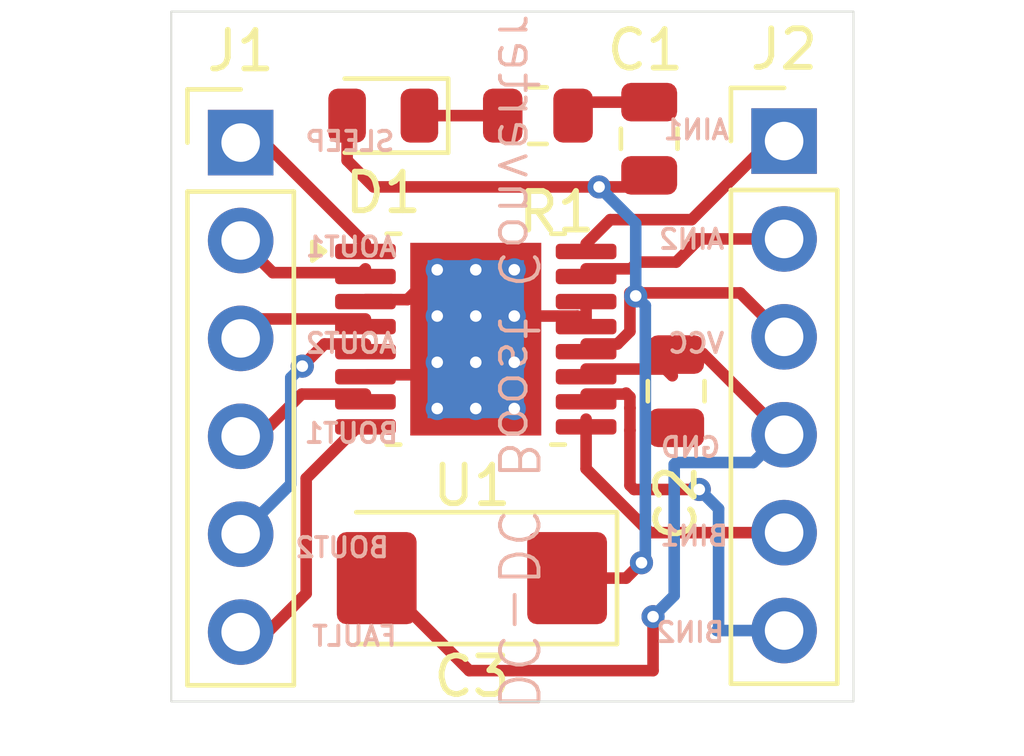
<source format=kicad_pcb>
(kicad_pcb (version 20241229) (generator "pcbnew") (generator_version "9.0")
  (layers (0 "F.Cu" signal) (2 "B.Cu" signal) (13 "F.Paste" user) (15 "B.Paste" user) (5 "F.SilkS" user "F.Silkscreen") (7 "B.SilkS" user "B.Silkscreen") (1 "F.Mask" user) (3 "B.Mask" user) (25 "Edge.Cuts" user))
  (net 0 "")
  (net 1 "GND")
  (net 2 "/VCC")
  (net 3 "Net-(U1-VCP)")
  (net 4 "Net-(D1-K)")
  (net 5 "/AOUT2")
  (net 6 "/FAULT")
  (net 7 "/AOUT1")
  (net 8 "/SLEEP")
  (net 9 "/BOUT2")
  (net 10 "/BOUT1")
  (net 11 "/AIN1")
  (net 12 "/BIN2")
  (net 13 "/BIN1")
  (net 14 "/AIN2")
  (footprint "Capacitor_SMD:C_0805_2012Metric" (layer "F.Cu") (at 136.7 71.8 90)
    (property "Reference" "C1" (at 2.3 -0.1 180) (layer "F.SilkS"))
    (property "Value" "0.1Uf")
    (fp_line (start -0.261252 -0.735) (end 0.261252 -0.735) (stroke (width 0.12)) (layer "F.SilkS"))
    (fp_line (start -0.261252 0.735) (end 0.261252 0.735) (stroke (width 0.12)) (layer "F.SilkS"))
    (pad "1" smd roundrect (at -0.95 0 90) (size 1 1.45) (layers "F.Cu" "F.Mask" "F.Paste") (net 2 "/VCC"))
    (pad "2" smd roundrect (at 0.95 0 90) (size 1 1.45) (layers "F.Cu" "F.Mask" "F.Paste") (net 1 "GND"))
  )
  (footprint "Connector_PinHeader_2.54mm:PinHeader_1x06_P2.54mm_Vertical" (layer "F.Cu") (at 126.1 71.9)
    (property "Reference" "J1" (at 0 -2.38 0) (layer "F.SilkS"))
    (property "Value" "Conn_01x06_Pin")
    (fp_line (start -1.38 -1.38) (end 0 -1.38) (stroke (width 0.12)) (layer "F.SilkS"))
    (fp_line (start -1.38 0) (end -1.38 -1.38) (stroke (width 0.12)) (layer "F.SilkS"))
    (fp_line (start -1.38 1.27) (end -1.38 14.08) (stroke (width 0.12)) (layer "F.SilkS"))
    (fp_line (start -1.38 1.27) (end 1.38 1.27) (stroke (width 0.12)) (layer "F.SilkS"))
    (fp_line (start -1.38 14.08) (end 1.38 14.08) (stroke (width 0.12)) (layer "F.SilkS"))
    (fp_line (start 1.38 1.27) (end 1.38 14.08) (stroke (width 0.12)) (layer "F.SilkS"))
    (pad "1" thru_hole rect (at 0 0) (size 1.7 1.7) (drill 1) (layers "*.Cu" "*.Mask") (net 8 "/SLEEP"))
    (pad "2" thru_hole circle (at 0 2.54) (size 1.7 1.7) (drill 1) (layers "*.Cu" "*.Mask") (net 7 "/AOUT1"))
    (pad "3" thru_hole circle (at 0 5.08) (size 1.7 1.7) (drill 1) (layers "*.Cu" "*.Mask") (net 5 "/AOUT2"))
    (pad "4" thru_hole circle (at 0 7.62) (size 1.7 1.7) (drill 1) (layers "*.Cu" "*.Mask") (net 10 "/BOUT1"))
    (pad "5" thru_hole circle (at 0 10.16) (size 1.7 1.7) (drill 1) (layers "*.Cu" "*.Mask") (net 9 "/BOUT2"))
    (pad "6" thru_hole circle (at 0 12.7) (size 1.7 1.7) (drill 1) (layers "*.Cu" "*.Mask") (net 6 "/FAULT"))
  )
  (footprint "Package_SO:HTSSOP-16-1EP_4.4x5mm_P0.65mm_EP3.4x5mm_Mask2.46x2.31mm_ThermalVias" (layer "F.Cu") (at 132.2 77)
    (property "Reference" "U1" (at -0.1 3.8 0) (layer "F.SilkS"))
    (property "Value" "DRV8833PWP")
    (fp_line (start -2.31 -2.735) (end -1.96 -2.735) (stroke (width 0.12)) (layer "F.SilkS"))
    (fp_line (start -1.96 2.735) (end -2.31 2.735) (stroke (width 0.12)) (layer "F.SilkS"))
    (fp_line (start 1.96 -2.735) (end 2.31 -2.735) (stroke (width 0.12)) (layer "F.SilkS"))
    (fp_line (start 2.31 2.735) (end 1.96 2.735) (stroke (width 0.12)) (layer "F.SilkS"))
    (fp_poly (pts (xy -3.91 -2.28) (xy -4.24 -2.04) (xy -4.24 -2.52)) (stroke (width 0.12)) (fill yes) (layer "F.SilkS"))
    (pad "1" smd roundrect (at -2.8625 -2.275) (size 1.575 0.4) (layers "F.Cu" "F.Mask" "F.Paste") (net 8 "/SLEEP"))
    (pad "2" smd roundrect (at -2.8625 -1.625) (size 1.575 0.4) (layers "F.Cu" "F.Mask" "F.Paste") (net 7 "/AOUT1"))
    (pad "3" smd roundrect (at -2.8625 -0.975) (size 1.575 0.4) (layers "F.Cu" "F.Mask" "F.Paste") (net 1 "GND"))
    (pad "4" smd roundrect (at -2.8625 -0.325) (size 1.575 0.4) (layers "F.Cu" "F.Mask" "F.Paste") (net 5 "/AOUT2"))
    (pad "5" smd roundrect (at -2.8625 0.325) (size 1.575 0.4) (layers "F.Cu" "F.Mask" "F.Paste") (net 9 "/BOUT2"))
    (pad "6" smd roundrect (at -2.8625 0.975) (size 1.575 0.4) (layers "F.Cu" "F.Mask" "F.Paste") (net 1 "GND"))
    (pad "7" smd roundrect (at -2.8625 1.625) (size 1.575 0.4) (layers "F.Cu" "F.Mask" "F.Paste") (net 10 "/BOUT1"))
    (pad "8" smd roundrect (at -2.8625 2.275) (size 1.575 0.4) (layers "F.Cu" "F.Mask" "F.Paste") (net 6 "/FAULT"))
    (pad "9" smd roundrect (at 2.8625 2.275) (size 1.575 0.4) (layers "F.Cu" "F.Mask" "F.Paste") (net 13 "/BIN1"))
    (pad "10" smd roundrect (at 2.8625 1.625) (size 1.575 0.4) (layers "F.Cu" "F.Mask" "F.Paste") (net 12 "/BIN2"))
    (pad "11" smd roundrect (at 2.8625 0.975) (size 1.575 0.4) (layers "F.Cu" "F.Mask" "F.Paste") (net 3 "Net-(U1-VCP)"))
    (pad "12" smd roundrect (at 2.8625 0.325) (size 1.575 0.4) (layers "F.Cu" "F.Mask" "F.Paste") (net 2 "/VCC"))
    (pad "13" smd roundrect (at 2.8625 -0.325) (size 1.575 0.4) (layers "F.Cu" "F.Mask" "F.Paste") (net 1 "GND"))
    (pad "14" smd roundrect (at 2.8625 -0.975) (size 1.575 0.4) (layers "F.Cu" "F.Mask" "F.Paste") (net 1 "GND"))
    (pad "15" smd roundrect (at 2.8625 -1.625) (size 1.575 0.4) (layers "F.Cu" "F.Mask" "F.Paste") (net 14 "/AIN2"))
    (pad "16" smd roundrect (at 2.8625 -2.275) (size 1.575 0.4) (layers "F.Cu" "F.Mask" "F.Paste") (net 11 "/AIN1"))
    (pad "17" thru_hole circle (at -1 -1.8) (size 0.5 0.5) (drill 0.2) (property pad_prop_heatsink) (layers "*.Cu") (net 1 "GND"))
    (pad "17" thru_hole circle (at -1 -0.6) (size 0.5 0.5) (drill 0.2) (property pad_prop_heatsink) (layers "*.Cu") (net 1 "GND"))
    (pad "17" thru_hole circle (at -1 0.6) (size 0.5 0.5) (drill 0.2) (property pad_prop_heatsink) (layers "*.Cu") (net 1 "GND"))
    (pad "17" thru_hole circle (at -1 1.8) (size 0.5 0.5) (drill 0.2) (property pad_prop_heatsink) (layers "*.Cu") (net 1 "GND"))
    (pad "17" thru_hole circle (at 0 -1.8) (size 0.5 0.5) (drill 0.2) (property pad_prop_heatsink) (layers "*.Cu") (net 1 "GND"))
    (pad "17" thru_hole circle (at 0 -0.6) (size 0.5 0.5) (drill 0.2) (property pad_prop_heatsink) (layers "*.Cu") (net 1 "GND"))
    (pad "17" smd rect (at 0 0) (size 2.5 4.1) (property pad_prop_heatsink) (layers "B.Cu") (net 1 "GND"))
    (pad "17" smd rect (at 0 0) (size 3.4 5) (property pad_prop_heatsink) (layers "F.Cu") (net 1 "GND"))
    (pad "17" thru_hole circle (at 0 0.6) (size 0.5 0.5) (drill 0.2) (property pad_prop_heatsink) (layers "*.Cu") (net 1 "GND"))
    (pad "17" thru_hole circle (at 0 1.8) (size 0.5 0.5) (drill 0.2) (property pad_prop_heatsink) (layers "*.Cu") (net 1 "GND"))
    (pad "17" thru_hole circle (at 1 -1.8) (size 0.5 0.5) (drill 0.2) (property pad_prop_heatsink) (layers "*.Cu") (net 1 "GND"))
    (pad "17" thru_hole circle (at 1 -0.6) (size 0.5 0.5) (drill 0.2) (property pad_prop_heatsink) (layers "*.Cu") (net 1 "GND"))
    (pad "17" thru_hole circle (at 1 0.6) (size 0.5 0.5) (drill 0.2) (property pad_prop_heatsink) (layers "*.Cu") (net 1 "GND"))
    (pad "17" thru_hole circle (at 1 1.8) (size 0.5 0.5) (drill 0.2) (property pad_prop_heatsink) (layers "*.Cu") (net 1 "GND"))
  )
  (footprint "Resistor_SMD:R_0805_2012Metric" (layer "F.Cu") (at 133.8125 71.2)
    (property "Reference" "R1" (at 0.4875 2.5 0) (layer "F.SilkS"))
    (property "Value" "4.7K")
    (fp_line (start -0.227064 -0.735) (end 0.227064 -0.735) (stroke (width 0.12)) (layer "F.SilkS"))
    (fp_line (start -0.227064 0.735) (end 0.227064 0.735) (stroke (width 0.12)) (layer "F.SilkS"))
    (pad "1" smd roundrect (at -0.9125 0) (size 1.025 1.4) (layers "F.Cu" "F.Mask" "F.Paste") (roundrect_rratio 0.243902) (net 4 "Net-(D1-K)"))
    (pad "2" smd roundrect (at 0.9125 0) (size 1.025 1.4) (layers "F.Cu" "F.Mask" "F.Paste") (roundrect_rratio 0.243902) (net 1 "GND"))
  )
  (footprint "LED_SMD:LED_0805_2012Metric" (layer "F.Cu") (at 129.8 71.2 180)
    (property "Reference" "D1" (at 0 -2 0) (layer "F.SilkS"))
    (property "Value" "LED")
    (fp_line (start 1 -0.96) (end -1.685 -0.96) (stroke (width 0.12)) (layer "F.SilkS"))
    (fp_line (start -1.685 0.96) (end 1 0.96) (stroke (width 0.12)) (layer "F.SilkS"))
    (fp_line (start -1.685 -0.96) (end -1.685 0.96) (stroke (width 0.12)) (layer "F.SilkS"))
    (pad "1" smd roundrect (at -0.9375 0 180) (size 0.975 1.4) (layers "F.Cu" "F.Mask" "F.Paste") (net 4 "Net-(D1-K)"))
    (pad "2" smd roundrect (at 0.9375 0 180) (size 0.975 1.4) (layers "F.Cu" "F.Mask" "F.Paste") (net 2 "/VCC"))
  )
  (footprint "Connector_PinHeader_2.54mm:PinHeader_1x06_P2.54mm_Vertical" (layer "F.Cu") (at 140.2 71.86)
    (property "Reference" "J2" (at 0 -2.38 0) (layer "F.SilkS"))
    (property "Value" "Conn_01x06_Pin")
    (fp_line (start -1.38 -1.38) (end 0 -1.38) (stroke (width 0.12)) (layer "F.SilkS"))
    (fp_line (start -1.38 0) (end -1.38 -1.38) (stroke (width 0.12)) (layer "F.SilkS"))
    (fp_line (start -1.38 1.27) (end -1.38 14.08) (stroke (width 0.12)) (layer "F.SilkS"))
    (fp_line (start -1.38 1.27) (end 1.38 1.27) (stroke (width 0.12)) (layer "F.SilkS"))
    (fp_line (start -1.38 14.08) (end 1.38 14.08) (stroke (width 0.12)) (layer "F.SilkS"))
    (fp_line (start 1.38 1.27) (end 1.38 14.08) (stroke (width 0.12)) (layer "F.SilkS"))
    (pad "1" thru_hole rect (at 0 0) (size 1.7 1.7) (drill 1) (layers "*.Cu" "*.Mask") (net 11 "/AIN1"))
    (pad "2" thru_hole circle (at 0 2.54) (size 1.7 1.7) (drill 1) (layers "*.Cu" "*.Mask") (net 14 "/AIN2"))
    (pad "3" thru_hole circle (at 0 5.08) (size 1.7 1.7) (drill 1) (layers "*.Cu" "*.Mask") (net 2 "/VCC"))
    (pad "4" thru_hole circle (at 0 7.62) (size 1.7 1.7) (drill 1) (layers "*.Cu" "*.Mask") (net 1 "GND"))
    (pad "5" thru_hole circle (at 0 10.16) (size 1.7 1.7) (drill 1) (layers "*.Cu" "*.Mask") (net 13 "/BIN1"))
    (pad "6" thru_hole circle (at 0 12.7) (size 1.7 1.7) (drill 1) (layers "*.Cu" "*.Mask") (net 12 "/BIN2"))
  )
  (footprint "Capacitor_Tantalum_SMD:CP_EIA-6032-20_AVX-F" (layer "F.Cu") (at 132.1 83.2 180)
    (property "Reference" "C3" (at 0 -2.55 0) (layer "F.SilkS"))
    (property "Value" "10Uf")
    (fp_line (start 3 -1.71) (end -3.765 -1.71) (stroke (width 0.12)) (layer "F.SilkS"))
    (fp_line (start -3.765 1.71) (end 3 1.71) (stroke (width 0.12)) (layer "F.SilkS"))
    (fp_line (start -3.765 -1.71) (end -3.765 1.71) (stroke (width 0.12)) (layer "F.SilkS"))
    (pad "1" smd roundrect (at -2.47 0 180) (size 2.07 2.39) (layers "F.Cu" "F.Mask" "F.Paste") (roundrect_rratio 0.120773) (net 2 "/VCC"))
    (pad "2" smd roundrect (at 2.47 0 180) (size 2.07 2.39) (layers "F.Cu" "F.Mask" "F.Paste") (roundrect_rratio 0.120773) (net 1 "GND"))
  )
  (footprint "Capacitor_SMD:C_0805_2012Metric" (layer "F.Cu") (at 137.4 78.35 90)
    (property "Reference" "C2" (at -2.9 0 90) (layer "F.SilkS"))
    (property "Value" "2.2uF")
    (fp_line (start -0.261252 -0.735) (end 0.261252 -0.735) (stroke (width 0.12)) (layer "F.SilkS"))
    (fp_line (start -0.261252 0.735) (end 0.261252 0.735) (stroke (width 0.12)) (layer "F.SilkS"))
    (pad "1" smd roundrect (at -0.95 0 90) (size 1 1.45) (layers "F.Cu" "F.Mask" "F.Paste") (net 3 "Net-(U1-VCP)"))
    (pad "2" smd roundrect (at 0.95 0 90) (size 1 1.45) (layers "F.Cu" "F.Mask" "F.Paste") (net 1 "GND"))
  )
  (gr_rect (start 124.3 68.5) (end 142 86.4) (stroke (width 0.05)) (fill no) (layer "Edge.Cuts"))
  (gr_text "AIN2" (at 138.7 74.7 0) (layer "B.SilkS") (effects (font (size 0.5 0.5) (thickness 0.1)) (justify left bottom mirror)))
  (gr_text "DC-DC Boost Converter" (at 132.7 86.7 -90) (layer "B.SilkS") (effects (font (size 1 1) (thickness 0.1)) (justify left bottom mirror)))
  (gr_text "SLEEP" (at 130.1425 72.16 0) (layer "B.SilkS") (effects (font (size 0.5 0.5) (thickness 0.1)) (justify left bottom mirror)))
  (gr_text "AIN1\n" (at 138.82 71.86 0) (layer "B.SilkS") (effects (font (size 0.5 0.5) (thickness 0.1)) (justify left bottom mirror)))
  (gr_text "GND\n" (at 138.6 80.1 0) (layer "B.SilkS") (effects (font (size 0.5 0.5) (thickness 0.1)) (justify left bottom mirror)))
  (gr_text "VCC\n" (at 138.7 77.4 0) (layer "B.SilkS") (effects (font (size 0.5 0.5) (thickness 0.1)) (justify left bottom mirror)))
  (gr_text "BOUT2\n" (at 130 82.7 0) (layer "B.SilkS") (effects (font (size 0.5 0.5) (thickness 0.1)) (justify left bottom mirror)))
  (gr_text "AOUT1" (at 130.2 74.9 0) (layer "B.SilkS") (effects (font (size 0.5 0.5) (thickness 0.1)) (justify left bottom mirror)))
  (gr_text "BIN1\n" (at 138.8 82.4 0) (layer "B.SilkS") (effects (font (size 0.5 0.5) (thickness 0.1)) (justify left bottom mirror)))
  (gr_text "BOUT1" (at 130.24 79.735 0) (layer "B.SilkS") (effects (font (size 0.5 0.5) (thickness 0.1)) (justify left bottom mirror)))
  (gr_text "BIN2" (at 138.7 84.9 0) (layer "B.SilkS") (effects (font (size 0.5 0.5) (thickness 0.1)) (justify left bottom mirror)))
  (gr_text "AOUT2" (at 130.2 77.4 0) (layer "B.SilkS") (effects (font (size 0.5 0.5) (thickness 0.1)) (justify left bottom mirror)))
  (gr_text "FAULT" (at 130.2 85 0) (layer "B.SilkS") (effects (font (size 0.5 0.5) (thickness 0.1)) (justify left bottom mirror)))
  (segment (start 136.7 70.85) (end 135.075 70.85) (width 0.3) (layer "F.Cu") (net 1))
  (segment (start 130.426 75.974) (end 129.3375 75.974) (width 0.3) (layer "F.Cu") (net 1))
  (segment (start 132.03 85.6) (end 136.8 85.6) (width 0.3) (layer "F.Cu") (net 1))
  (segment (start 131.2 75.2) (end 130.426 75.974) (width 0.3) (layer "F.Cu") (net 1))
  (segment (start 135.075 70.85) (end 134.725 71.2) (width 0.3) (layer "F.Cu") (net 1))
  (segment (start 140.2 79.48) (end 140.16 79.44) (width 0.3) (layer "F.Cu") (net 1))
  (segment (start 134.8385 76.4) (end 135.0625 76.624) (width 0.3) (layer "F.Cu") (net 1))
  (segment (start 135.0625 76.025) (end 135.0625 76.624) (width 0.3) (layer "F.Cu") (net 1))
  (segment (start 131.2 77.6) (end 130.876 77.924) (width 0.3) (layer "F.Cu") (net 1))
  (segment (start 129.63 83.2) (end 132.03 85.6) (width 0.3) (layer "F.Cu") (net 1))
  (segment (start 140.16 79.44) (end 138.09074 77.37074) (width 0.3) (layer "F.Cu") (net 1))
  (segment (start 138.09074 77.37074) (end 137.42926 77.37074) (width 0.3) (layer "F.Cu") (net 1))
  (segment (start 130.876 77.924) (end 129.3885 77.924) (width 0.3) (layer "F.Cu") (net 1))
  (segment (start 133.2 76.4) (end 134.8385 76.4) (width 0.3) (layer "F.Cu") (net 1))
  (segment (start 136.8 85.6) (end 136.8 84.2) (width 0.3) (layer "F.Cu") (net 1))
  (via (at 131.2 75.2) (size 0.6) (drill 0.3) (layers "F.Cu" "B.Cu") (net 1))
  (via (at 132.2 78.8) (size 0.6) (drill 0.3) (layers "F.Cu" "B.Cu") (net 1))
  (via (at 136.8 84.2) (size 0.6) (drill 0.3) (layers "F.Cu" "B.Cu") (net 1))
  (via (at 133.2 75.2) (size 0.6) (drill 0.3) (layers "F.Cu" "B.Cu") (net 1))
  (via (at 132.2 75.2) (size 0.6) (drill 0.3) (layers "F.Cu" "B.Cu") (net 1))
  (via (at 131.2 76.4) (size 0.6) (drill 0.3) (layers "F.Cu" "B.Cu") (net 1))
  (via (at 132.2 77.6) (size 0.6) (drill 0.3) (layers "F.Cu" "B.Cu") (net 1))
  (via (at 132.2 76.4) (size 0.6) (drill 0.3) (layers "F.Cu" "B.Cu") (net 1))
  (via (at 140.16 79.44) (size 0.6) (drill 0.3) (layers "F.Cu" "B.Cu") (net 1))
  (via (at 133.2 76.4) (size 0.6) (drill 0.3) (layers "F.Cu" "B.Cu") (net 1))
  (via (at 133.2 77.6) (size 0.6) (drill 0.3) (layers "F.Cu" "B.Cu") (net 1))
  (via (at 131.2 77.6) (size 0.6) (drill 0.3) (layers "F.Cu" "B.Cu") (net 1))
  (via (at 133.2 78.8) (size 0.6) (drill 0.3) (layers "F.Cu" "B.Cu") (net 1))
  (via (at 131.2 78.8) (size 0.6) (drill 0.3) (layers "F.Cu" "B.Cu") (net 1))
  (segment (start 137.349 80.251) (end 137.349 83.651) (width 0.3) (layer "B.Cu") (net 1))
  (segment (start 137.349 83.651) (end 136.8 84.2) (width 0.3) (layer "B.Cu") (net 1))
  (segment (start 137.4 80.2) (end 137.349 80.251) (width 0.3) (layer "B.Cu") (net 1))
  (segment (start 139.4 80.2) (end 137.4 80.2) (width 0.3) (layer "B.Cu") (net 1))
  (segment (start 140.16 79.44) (end 139.4 80.2) (width 0.3) (layer "B.Cu") (net 1))
  (segment (start 136.5 82.8) (end 136.1 83.2) (width 0.3) (layer "F.Cu") (net 2))
  (segment (start 136.428081 75.8) (end 139.06 75.8) (width 0.3) (layer "F.Cu") (net 2))
  (segment (start 136.2 76.8) (end 135.875 77.125) (width 0.3) (layer "F.Cu") (net 2))
  (segment (start 129.55 73.05) (end 135.4 73.05) (width 0.3) (layer "F.Cu") (net 2))
  (segment (start 136.35 75.878081) (end 136.271919 75.8) (width 0.3) (layer "F.Cu") (net 2))
  (segment (start 136.271919 75.8) (end 136.2 75.8) (width 0.3) (layer "F.Cu") (net 2))
  (segment (start 128.8625 71.2) (end 128.8625 72.3625) (width 0.3) (layer "F.Cu") (net 2))
  (segment (start 136.2 75.8) (end 136.2 76.8) (width 0.3) (layer "F.Cu") (net 2))
  (segment (start 135.875 77.125) (end 135.0625 77.125) (width 0.3) (layer "F.Cu") (net 2))
  (segment (start 136.35 75.878081) (end 136.428081 75.8) (width 0.3) (layer "F.Cu") (net 2))
  (segment (start 136.1 83.2) (end 134.57 83.2) (width 0.3) (layer "F.Cu") (net 2))
  (segment (start 135.4 73.05) (end 137.1 73.05) (width 0.3) (layer "F.Cu") (net 2))
  (segment (start 139.06 75.8) (end 140.2 76.94) (width 0.3) (layer "F.Cu") (net 2))
  (segment (start 128.8625 72.3625) (end 129.55 73.05) (width 0.3) (layer "F.Cu") (net 2))
  (via (at 136.5 82.8) (size 0.6) (drill 0.3) (layers "F.Cu" "B.Cu") (net 2))
  (via (at 136.35 75.878081) (size 0.6) (drill 0.3) (layers "F.Cu" "B.Cu") (net 2))
  (via (at 135.4 73.05) (size 0.6) (drill 0.3) (layers "F.Cu" "B.Cu") (net 2))
  (segment (start 136.6 76.128081) (end 136.35 75.878081) (width 0.3) (layer "B.Cu") (net 2))
  (segment (start 136.6 82.7) (end 136.6 76.128081) (width 0.3) (layer "B.Cu") (net 2))
  (segment (start 136.5 82.8) (end 136.6 82.7) (width 0.3) (layer "B.Cu") (net 2))
  (segment (start 136.35 75.878081) (end 136.35 74) (width 0.3) (layer "B.Cu") (net 2))
  (segment (start 136.35 74) (end 135.4 73.05) (width 0.3) (layer "B.Cu") (net 2))
  (segment (start 137.3 77.95) (end 137.125 77.775) (width 0.3) (layer "F.Cu") (net 3))
  (segment (start 137.125 77.775) (end 135.0625 77.775) (width 0.3) (layer "F.Cu") (net 3))
  (segment (start 130.7375 71.2) (end 132.9 71.2) (width 0.3) (layer "F.Cu") (net 4))
  (segment (start 129.3375 76.475) (end 126.605 76.475) (width 0.3) (layer "F.Cu") (net 5))
  (segment (start 126.605 76.475) (end 126.1 76.98) (width 0.3) (layer "F.Cu") (net 5))
  (segment (start 129.1375 79.275) (end 127.8 80.6125) (width 0.3) (layer "F.Cu") (net 6))
  (segment (start 127.8 80.6125) (end 127.8 83.6) (width 0.3) (layer "F.Cu") (net 6))
  (segment (start 129.3375 79.275) (end 129.1375 79.275) (width 0.3) (layer "F.Cu") (net 6))
  (segment (start 126.8 84.6) (end 126.1 84.6) (width 0.3) (layer "F.Cu") (net 6))
  (segment (start 127.8 83.6) (end 126.8 84.6) (width 0.3) (layer "F.Cu") (net 6))
  (segment (start 126.934 75.274) (end 126.1 74.44) (width 0.3) (layer "F.Cu") (net 7))
  (segment (start 129.2385 75.274) (end 126.934 75.274) (width 0.3) (layer "F.Cu") (net 7))
  (segment (start 129.3375 75.175) (end 129.2385 75.274) (width 0.3) (layer "F.Cu") (net 7))
  (segment (start 129.3375 74.525) (end 126.7125 71.9) (width 0.3) (layer "F.Cu") (net 8))
  (segment (start 126.7125 71.9) (end 126.1 71.9) (width 0.3) (layer "F.Cu") (net 8))
  (segment (start 128.275 77.125) (end 127.7 77.7) (width 0.3) (layer "F.Cu") (net 9))
  (segment (start 129.3375 77.125) (end 128.275 77.125) (width 0.3) (layer "F.Cu") (net 9))
  (via (at 127.7 77.7) (size 0.6) (drill 0.3) (layers "F.Cu" "B.Cu") (net 9))
  (segment (start 127.4 78) (end 127.7 77.7) (width 0.3) (layer "B.Cu") (net 9))
  (segment (start 127.4 80.76) (end 127.4 78) (width 0.3) (layer "B.Cu") (net 9))
  (segment (start 126.1 82.06) (end 127.4 80.76) (width 0.3) (layer "B.Cu") (net 9))
  (segment (start 127.68352 78.425) (end 126.58852 79.52) (width 0.3) (layer "F.Cu") (net 10))
  (segment (start 126.58852 79.52) (end 126.1 79.52) (width 0.3) (layer "F.Cu") (net 10))
  (segment (start 129.3375 78.425) (end 127.68352 78.425) (width 0.3) (layer "F.Cu") (net 10))
  (segment (start 137.801 73.899) (end 139.84 71.86) (width 0.3) (layer "F.Cu") (net 11))
  (segment (start 139.84 71.86) (end 140.2 71.86) (width 0.3) (layer "F.Cu") (net 11))
  (segment (start 135.6885 73.899) (end 137.801 73.899) (width 0.3) (layer "F.Cu") (net 11))
  (segment (start 135.0625 74.525) (end 135.6885 73.899) (width 0.3) (layer "F.Cu") (net 11))
  (segment (start 136.2 79.365582) (end 136.201 79.364582) (width 0.3) (layer "F.Cu") (net 12))
  (segment (start 138 80.9) (end 136.30852 80.9) (width 0.3) (layer "F.Cu") (net 12))
  (segment (start 136.30852 80.9) (end 136.2 80.79148) (width 0.3) (layer "F.Cu") (net 12))
  (segment (start 136.201 78.785418) (end 136.2 78.784418) (width 0.3) (layer "F.Cu") (net 12))
  (segment (start 136.1 78.4) (end 136.075 78.425) (width 0.3) (layer "F.Cu") (net 12))
  (segment (start 136.075 78.425) (end 135.0625 78.425) (width 0.3) (layer "F.Cu") (net 12))
  (segment (start 136.2 78.5) (end 136.1 78.4) (width 0.3) (layer "F.Cu") (net 12))
  (segment (start 136.2 78.784418) (end 136.2 78.5) (width 0.3) (layer "F.Cu") (net 12))
  (segment (start 136.201 79.364582) (end 136.201 78.785418) (width 0.3) (layer "F.Cu") (net 12))
  (segment (start 138 80.9) (end 138.1 80.8) (width 0.3) (layer "F.Cu") (net 12))
  (segment (start 136.2 80.79148) (end 136.2 79.365582) (width 0.3) (layer "F.Cu") (net 12))
  (via (at 138 80.9) (size 0.6) (drill 0.3) (layers "F.Cu" "B.Cu") (net 12))
  (segment (start 138.46 84.56) (end 140.2 84.56) (width 0.3) (layer "B.Cu") (net 12))
  (segment (start 138.5 81.4) (end 138.5 84.52) (width 0.3) (layer "B.Cu") (net 12))
  (segment (start 138.5 84.52) (end 138.46 84.56) (width 0.3) (layer "B.Cu") (net 12))
  (segment (start 138 80.9) (end 138.5 81.4) (width 0.3) (layer "B.Cu") (net 12))
  (segment (start 136.72 82.02) (end 140.2 82.02) (width 0.3) (layer "F.Cu") (net 13))
  (segment (start 135.0625 79.075) (end 135.0625 80.3625) (width 0.3) (layer "F.Cu") (net 13))
  (segment (start 135.0625 80.3625) (end 136.72 82.02) (width 0.3) (layer "F.Cu") (net 13))
  (segment (start 136.4 75) (end 137.4 75) (width 0.3) (layer "F.Cu") (net 14))
  (segment (start 135.0625 75.175) (end 136.225 75.175) (width 0.3) (layer "F.Cu") (net 14))
  (segment (start 137.9 74.4) (end 138.1 74.4) (width 0.3) (layer "F.Cu") (net 14))
  (segment (start 137.9 74.5) (end 137.9 74.4) (width 0.3) (layer "F.Cu") (net 14))
  (segment (start 136.225 75.175) (end 136.4 75) (width 0.3) (layer "F.Cu") (net 14))
  (segment (start 137.9 74.4) (end 140.2 74.4) (width 0.3) (layer "F.Cu") (net 14))
  (segment (start 137.4 75) (end 137.9 74.5) (width 0.3) (layer "F.Cu") (net 14))
)
</source>
